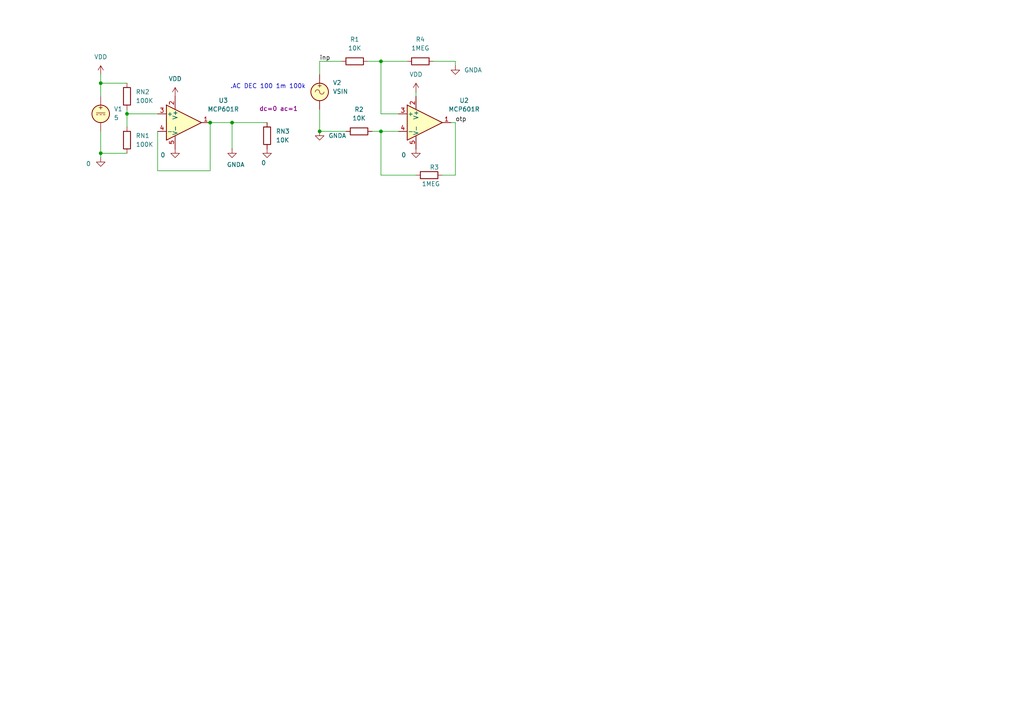
<source format=kicad_sch>
(kicad_sch (version 20250114) (generator "eeschema") (generator_version "9.0")
  (paper "A4")
  (lib_symbols
    (symbol "Amplifier_Operational:MCP601R" (pin_names (offset 0.127))
      (property "Reference" "U" (at 0 5.08 0))
      (property "Value" "MCP601R" (at 0 -5.08 0))
      (symbol "MCP601R_0_1"
        (polyline (pts (xy -5.08 5.08) (xy 5.08 0) (xy -5.08 -5.08) (xy -5.08 5.08)) (stroke (width 0.254)) (fill (type background)))
      )
      (symbol "MCP601R_1_1"
        (pin input line (at -7.62 2.54 0) (length 2.54) (name "+") (number "3"))
        (pin input line (at -7.62 -2.54 0) (length 2.54) (name "-") (number "4"))
        (pin power_in line (at -2.54 7.62 270) (length 3.81) (name "V+") (number "2"))
        (pin power_in line (at -2.54 -7.62 90) (length 3.81) (name "V-") (number "5"))
        (pin output line (at 7.62 0 180) (length 2.54) (name "~") (number "1"))
      )
    )
    (symbol "Device:R" (pin_numbers (hide yes)) (pin_names (offset 0))
      (property "Reference" "R" (at 2.032 0 90))
      (property "Value" "R" (at 0 0 90))
      (symbol "R_0_1"
        (rectangle (start -1.016 -2.54) (end 1.016 2.54) (stroke (width 0.254)))
      )
      (symbol "R_1_1"
        (pin passive line (at 0 3.81 270) (length 1.27) (name "~") (number "1"))
        (pin passive line (at 0 -3.81 90) (length 1.27) (name "~") (number "2"))
      )
    )
    (symbol "Simulation_SPICE:VDC" (pin_numbers (hide yes)) (pin_names (offset 0.0254))
      (property "Reference" "V" (at 2.54 2.54 0))
      (property "Value" "1" (at 2.54 0 0))
      (symbol "VDC_0_0"
        (polyline (pts (xy -1.27 0.254) (xy 1.27 0.254)))
        (polyline (pts (xy -0.762 -0.254) (xy -1.27 -0.254)))
        (polyline (pts (xy 0.254 -0.254) (xy -0.254 -0.254)))
        (polyline (pts (xy 1.27 -0.254) (xy 0.762 -0.254)))
        (text "+" (at 0 1.905 0) (effects (font (size 1.27 1.27))))
      )
      (symbol "VDC_0_1"
        (circle (center 0 0) (radius 2.54) (stroke (width 0.254)) (fill (type background)))
      )
      (symbol "VDC_1_1"
        (pin passive line (at 0 5.08 270) (length 2.54) (name "~") (number "1"))
        (pin passive line (at 0 -5.08 90) (length 2.54) (name "~") (number "2"))
      )
    )
    (symbol "Simulation_SPICE:VSIN" (pin_numbers (hide yes)) (pin_names (offset 0.0254))
      (property "Reference" "V" (at 2.54 2.54 0))
      (property "Value" "VSIN" (at 2.54 0 0))
      (property "Sim.Params" "dc=0 ampl=1 f=1k ac=1" (at 2.54 -2.54 0))
      (symbol "VSIN_0_0"
        (arc (start -1.27 0) (mid -0.635 0.6323) (end 0 0))
        (arc (start 1.27 0) (mid 0.635 -0.6323) (end 0 0))
        (text "+" (at 0 1.905 0) (effects (font (size 1.27 1.27))))
      )
      (symbol "VSIN_0_1"
        (circle (center 0 0) (radius 2.54) (stroke (width 0.254)) (fill (type background)))
      )
      (symbol "VSIN_1_1"
        (pin passive line (at 0 5.08 270) (length 2.54) (name "~") (number "1"))
        (pin passive line (at 0 -5.08 90) (length 2.54) (name "~") (number "2"))
      )
    )
    (symbol "power:GND" (power) (pin_numbers (hide yes)) (pin_names (offset 0) (hide yes))
      (property "Value" "GND" (at 0 -3.81 0))
      (symbol "GND_0_1"
        (polyline (pts (xy 0 0) (xy 0 -1.27) (xy 1.27 -1.27) (xy 0 -2.54) (xy -1.27 -1.27) (xy 0 -1.27)))
      )
      (symbol "GND_1_1"
        (pin power_in line (at 0 0 270) (length 0) (name "~") (number "1"))
      )
    )
    (symbol "power:VDD" (power) (pin_numbers (hide yes)) (pin_names (offset 0) (hide yes))
      (property "Value" "VDD" (at 0 3.556 0))
      (symbol "VDD_0_1"
        (polyline (pts (xy -0.762 1.27) (xy 0 2.54)))
        (polyline (pts (xy 0 2.54) (xy 0.762 1.27)))
        (polyline (pts (xy 0 0) (xy 0 2.54)))
      )
      (symbol "VDD_1_1"
        (pin power_in line (at 0 0 90) (length 0) (name "~") (number "1"))
      )
    )
  )
  (text ".AC DEC 100 1m 100k" (at 77.724 25.146 0) (effects (font (size 1.27 1.27))))
  (junction (at 110.49 17.78))
  (junction (at 36.83 33.02))
  (junction (at 67.31 35.56))
  (junction (at 29.21 24.13))
  (junction (at 60.96 35.56))
  (junction (at 29.21 44.45))
  (junction (at 92.71 38.1))
  (junction (at 110.49 38.1))
  (wire (pts (xy 125.73 17.78) (xy 132.08 17.78)))
  (wire (pts (xy 132.08 35.56) (xy 132.08 50.8)))
  (wire (pts (xy 60.96 35.56) (xy 60.96 49.53)))
  (wire (pts (xy 29.21 45.72) (xy 29.21 44.45)))
  (wire (pts (xy 45.72 49.53) (xy 60.96 49.53)))
  (wire (pts (xy 29.21 24.13) (xy 29.21 27.94)))
  (wire (pts (xy 29.21 44.45) (xy 29.21 38.1)))
  (wire (pts (xy 92.71 17.78) (xy 99.06 17.78)))
  (wire (pts (xy 110.49 17.78) (xy 118.11 17.78)))
  (wire (pts (xy 106.68 17.78) (xy 110.49 17.78)))
  (wire (pts (xy 60.96 35.56) (xy 67.31 35.56)))
  (wire (pts (xy 36.83 31.75) (xy 36.83 33.02)))
  (wire (pts (xy 110.49 38.1) (xy 110.49 50.8)))
  (wire (pts (xy 36.83 33.02) (xy 36.83 36.83)))
  (wire (pts (xy 67.31 35.56) (xy 67.31 43.18)))
  (wire (pts (xy 29.21 24.13) (xy 29.21 21.59)))
  (wire (pts (xy 130.81 35.56) (xy 132.08 35.56)))
  (wire (pts (xy 36.83 33.02) (xy 45.72 33.02)))
  (wire (pts (xy 110.49 33.02) (xy 115.57 33.02)))
  (wire (pts (xy 110.49 17.78) (xy 110.49 33.02)))
  (wire (pts (xy 120.65 26.67) (xy 120.65 27.94)))
  (wire (pts (xy 92.71 17.78) (xy 92.71 21.59)))
  (wire (pts (xy 132.08 17.78) (xy 132.08 19.05)))
  (wire (pts (xy 92.71 31.75) (xy 92.71 38.1)))
  (wire (pts (xy 45.72 38.1) (xy 45.72 49.53)))
  (wire (pts (xy 120.65 50.8) (xy 110.49 50.8)))
  (wire (pts (xy 128.27 50.8) (xy 132.08 50.8)))
  (wire (pts (xy 36.83 44.45) (xy 29.21 44.45)))
  (wire (pts (xy 107.95 38.1) (xy 110.49 38.1)))
  (wire (pts (xy 100.33 38.1) (xy 92.71 38.1)))
  (wire (pts (xy 110.49 38.1) (xy 115.57 38.1)))
  (wire (pts (xy 36.83 24.13) (xy 29.21 24.13)))
  (wire (pts (xy 67.31 35.56) (xy 77.47 35.56)))
  (label "inp" (at 92.71 17.78 0))
  (label "otp" (at 132.08 35.56 0))
  (symbol (lib_id "power:GND") (at 92.71 38.1 0) (unit 1)
    (property "Reference" "#PWR02" (effects (hide yes)))
    (property "Value" "GNDA" (at 95.25 39.3699 0) (effects (justify left)))
    (property "Description" "Power symbol creates a global label with name \"GND\" , ground" (effects (hide yes)))
  )
  (symbol (lib_id "power:GND") (at 77.47 43.18 0) (unit 1)
    (property "Reference" "#PWR07" (effects (hide yes)))
    (property "Value" "0" (at 76.454 47.244 0))
    (property "Description" "Power symbol creates a global label with name \"GND\" , ground" (effects (hide yes)))
  )
  (symbol (lib_id "Device:R") (at 104.14 38.1 90) (unit 1)
    (property "Reference" "R2" (at 104.14 31.75 90))
    (property "Value" "10K" (at 104.14 34.29 90))
    (property "Description" "Resistor" (effects (hide yes)))
  )
  (symbol (lib_id "power:GND") (at 67.31 43.18 0) (unit 1)
    (property "Reference" "#PWR08" (effects (hide yes)))
    (property "Value" "GNDA" (at 65.786 47.752 0) (effects (justify left)))
    (property "Description" "Power symbol creates a global label with name \"GND\" , ground" (effects (hide yes)))
  )
  (symbol (lib_id "Device:R") (at 124.46 50.8 90) (unit 1)
    (property "Reference" "R3" (at 125.984 48.514 90))
    (property "Value" "1MEG" (at 124.968 53.34 90))
    (property "Description" "Resistor" (effects (hide yes)))
  )
  (symbol (lib_id "power:GND") (at 50.8 43.18 0) (unit 1)
    (property "Reference" "#PWR06" (effects (hide yes)))
    (property "Value" "0" (at 47.244 44.958 0))
    (property "Description" "Power symbol creates a global label with name \"GND\" , ground" (effects (hide yes)))
  )
  (symbol (lib_id "Device:R") (at 36.83 27.94 0) (unit 1)
    (property "Reference" "RN2" (at 39.37 26.6699 0) (effects (justify left)))
    (property "Value" "100K" (at 39.37 29.2099 0) (effects (justify left)))
    (property "Description" "Resistor" (effects (hide yes)))
  )
  (symbol (lib_id "Amplifier_Operational:MCP601R") (at 53.34 35.56 0) (unit 1)
    (property "Reference" "U3" (at 64.77 29.1398 0))
    (property "Value" "MCP601R" (at 64.77 31.6798 0))
    (property "Footprint" "Package_TO_SOT_SMD:SOT-23-5" (effects (hide yes)))
    (property "Datasheet" "https://ww1.microchip.com/downloads/en/DeviceDoc/21314g.pdf" (effects (hide yes)))
    (property "Description" "Single 2.7V to 6.0V Single Supply CMOS Op Amps, SOT-23-5" (effects (hide yes)))
    (property "Sim.Library" "/home/pepika/work/medicinska_elektronika/vezba1/MCP601_opamp.txt" (effects (hide yes)))
    (property "Sim.Name" "MCP601" (effects (hide yes)))
    (property "Sim.Device" "SUBCKT" (effects (hide yes)))
    (property "Sim.Pins" "1=5 2=3 3=1 4=2 5=4" (effects (hide yes)))
  )
  (symbol (lib_id "Device:R") (at 77.47 39.37 0) (unit 1)
    (property "Reference" "RN3" (at 80.01 38.0999 0) (effects (justify left)))
    (property "Value" "10K" (at 80.01 40.6399 0) (effects (justify left)))
    (property "Description" "Resistor" (effects (hide yes)))
  )
  (symbol (lib_id "Device:R") (at 36.83 40.64 0) (unit 1)
    (property "Reference" "RN1" (at 39.37 39.3699 0) (effects (justify left)))
    (property "Value" "100K" (at 39.37 41.9099 0) (effects (justify left)))
    (property "Description" "Resistor" (effects (hide yes)))
  )
  (symbol (lib_id "power:GND") (at 29.21 45.72 0) (unit 1)
    (property "Reference" "#PWR01" (effects (hide yes)))
    (property "Value" "0" (at 25.654 47.498 0))
    (property "Description" "Power symbol creates a global label with name \"GND\" , ground" (effects (hide yes)))
  )
  (symbol (lib_id "power:VDD") (at 120.65 26.67 0) (unit 1)
    (property "Reference" "#PWR05" (effects (hide yes)))
    (property "Value" "VDD" (at 120.65 21.59 0))
    (property "Description" "Power symbol creates a global label with name \"VDD\"" (effects (hide yes)))
  )
  (symbol (lib_id "Device:R") (at 102.87 17.78 90) (unit 1)
    (property "Reference" "R1" (at 102.87 11.43 90))
    (property "Value" "10K" (at 102.87 13.97 90))
    (property "Description" "Resistor" (effects (hide yes)))
  )
  (symbol (lib_id "Device:R") (at 121.92 17.78 90) (unit 1)
    (property "Reference" "R4" (at 121.92 11.43 90))
    (property "Value" "1MEG" (at 121.92 13.97 90))
    (property "Description" "Resistor" (effects (hide yes)))
  )
  (symbol (lib_id "power:GND") (at 132.08 19.05 0) (unit 1)
    (property "Reference" "#PWR04" (effects (hide yes)))
    (property "Value" "GNDA" (at 134.62 20.3199 0) (effects (justify left)))
    (property "Description" "Power symbol creates a global label with name \"GND\" , ground" (effects (hide yes)))
  )
  (symbol (lib_id "power:VDD") (at 50.8 27.94 0) (unit 1)
    (property "Reference" "#PWR010" (effects (hide yes)))
    (property "Value" "VDD" (at 50.8 22.86 0))
    (property "Description" "Power symbol creates a global label with name \"VDD\"" (effects (hide yes)))
  )
  (symbol (lib_id "power:VDD") (at 29.21 21.59 0) (unit 1)
    (property "Reference" "#PWR09" (effects (hide yes)))
    (property "Value" "VDD" (at 29.21 16.51 0))
    (property "Description" "Power symbol creates a global label with name \"VDD\"" (effects (hide yes)))
  )
  (symbol (lib_id "Simulation_SPICE:VSIN") (at 92.71 26.67 0) (unit 1)
    (property "Reference" "V2" (at 96.52 24.0001 0) (effects (justify left)))
    (property "Value" "VSIN" (at 96.52 26.5401 0) (effects (justify left)))
    (property "Datasheet" "https://ngspice.sourceforge.io/docs/ngspice-html-manual/manual.xhtml#sec_Independent_Sources_for" (effects (hide yes)))
    (property "Description" "Voltage source, sinusoidal" (effects (hide yes)))
    (property "Sim.Pins" "1=+ 2=-" (effects (hide yes)))
    (property "Sim.Params" "dc=0 ac=1" (at 75.184 31.496 0) (effects (justify left)))
    (property "Sim.Type" "SIN" (effects (hide yes)))
    (property "Sim.Device" "V" (effects (hide yes)))
  )
  (symbol (lib_id "Amplifier_Operational:MCP601R") (at 123.19 35.56 0) (unit 1)
    (property "Reference" "U2" (at 134.62 29.1398 0))
    (property "Value" "MCP601R" (at 134.62 31.6798 0))
    (property "Footprint" "Package_TO_SOT_SMD:SOT-23-5" (effects (hide yes)))
    (property "Datasheet" "https://ww1.microchip.com/downloads/en/DeviceDoc/21314g.pdf" (effects (hide yes)))
    (property "Description" "Single 2.7V to 6.0V Single Supply CMOS Op Amps, SOT-23-5" (effects (hide yes)))
    (property "Sim.Library" "/home/pepika/work/medicinska_elektronika/vezba1/MCP601_opamp.txt" (effects (hide yes)))
    (property "Sim.Name" "MCP601" (effects (hide yes)))
    (property "Sim.Device" "SUBCKT" (effects (hide yes)))
    (property "Sim.Pins" "1=5 2=3 3=1 4=2 5=4" (effects (hide yes)))
  )
  (symbol (lib_id "Simulation_SPICE:VDC") (at 29.21 33.02 0) (unit 1)
    (property "Reference" "V1" (at 33.02 31.6201 0) (effects (justify left)))
    (property "Value" "5" (at 33.02 34.1601 0) (effects (justify left)))
    (property "Datasheet" "https://ngspice.sourceforge.io/docs/ngspice-html-manual/manual.xhtml#sec_Independent_Sources_for" (effects (hide yes)))
    (property "Description" "Voltage source, DC" (effects (hide yes)))
    (property "Sim.Pins" "1=+ 2=-" (effects (hide yes)))
    (property "Sim.Type" "DC" (effects (hide yes)))
    (property "Sim.Device" "V" (effects (hide yes)))
  )
  (symbol (lib_id "power:GND") (at 120.65 43.18 0) (unit 1)
    (property "Reference" "#PWR03" (effects (hide yes)))
    (property "Value" "0" (at 117.094 44.958 0))
    (property "Description" "Power symbol creates a global label with name \"GND\" , ground" (effects (hide yes)))
  )
)
</source>
